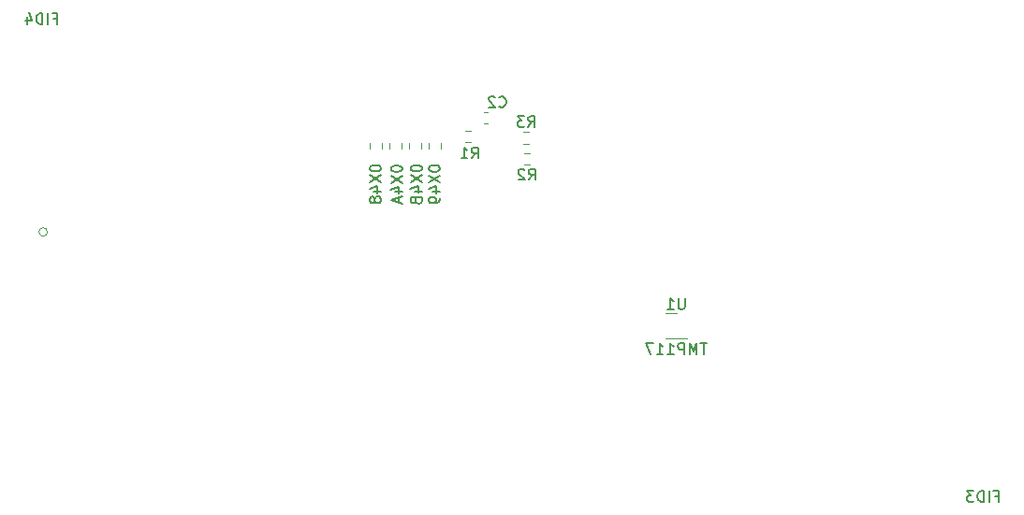
<source format=gbr>
%TF.GenerationSoftware,KiCad,Pcbnew,7.0.7*%
%TF.CreationDate,2024-04-17T16:30:55-07:00*%
%TF.ProjectId,power_board_12V,706f7765-725f-4626-9f61-72645f313256,rev?*%
%TF.SameCoordinates,Original*%
%TF.FileFunction,Legend,Bot*%
%TF.FilePolarity,Positive*%
%FSLAX46Y46*%
G04 Gerber Fmt 4.6, Leading zero omitted, Abs format (unit mm)*
G04 Created by KiCad (PCBNEW 7.0.7) date 2024-04-17 16:30:55*
%MOMM*%
%LPD*%
G01*
G04 APERTURE LIST*
%ADD10C,0.150000*%
%ADD11C,0.120000*%
G04 APERTURE END LIST*
D10*
X144738477Y-81470619D02*
X144167049Y-81470619D01*
X144452763Y-82470619D02*
X144452763Y-81470619D01*
X143833715Y-82470619D02*
X143833715Y-81470619D01*
X143833715Y-81470619D02*
X143500382Y-82184904D01*
X143500382Y-82184904D02*
X143167049Y-81470619D01*
X143167049Y-81470619D02*
X143167049Y-82470619D01*
X142690858Y-82470619D02*
X142690858Y-81470619D01*
X142690858Y-81470619D02*
X142309906Y-81470619D01*
X142309906Y-81470619D02*
X142214668Y-81518238D01*
X142214668Y-81518238D02*
X142167049Y-81565857D01*
X142167049Y-81565857D02*
X142119430Y-81661095D01*
X142119430Y-81661095D02*
X142119430Y-81803952D01*
X142119430Y-81803952D02*
X142167049Y-81899190D01*
X142167049Y-81899190D02*
X142214668Y-81946809D01*
X142214668Y-81946809D02*
X142309906Y-81994428D01*
X142309906Y-81994428D02*
X142690858Y-81994428D01*
X141167049Y-82470619D02*
X141738477Y-82470619D01*
X141452763Y-82470619D02*
X141452763Y-81470619D01*
X141452763Y-81470619D02*
X141548001Y-81613476D01*
X141548001Y-81613476D02*
X141643239Y-81708714D01*
X141643239Y-81708714D02*
X141738477Y-81756333D01*
X140214668Y-82470619D02*
X140786096Y-82470619D01*
X140500382Y-82470619D02*
X140500382Y-81470619D01*
X140500382Y-81470619D02*
X140595620Y-81613476D01*
X140595620Y-81613476D02*
X140690858Y-81708714D01*
X140690858Y-81708714D02*
X140786096Y-81756333D01*
X139881334Y-81470619D02*
X139214668Y-81470619D01*
X139214668Y-81470619D02*
X139643239Y-82470619D01*
X119596819Y-65579809D02*
X119596819Y-65675047D01*
X119596819Y-65675047D02*
X119644438Y-65770285D01*
X119644438Y-65770285D02*
X119692057Y-65817904D01*
X119692057Y-65817904D02*
X119787295Y-65865523D01*
X119787295Y-65865523D02*
X119977771Y-65913142D01*
X119977771Y-65913142D02*
X120215866Y-65913142D01*
X120215866Y-65913142D02*
X120406342Y-65865523D01*
X120406342Y-65865523D02*
X120501580Y-65817904D01*
X120501580Y-65817904D02*
X120549200Y-65770285D01*
X120549200Y-65770285D02*
X120596819Y-65675047D01*
X120596819Y-65675047D02*
X120596819Y-65579809D01*
X120596819Y-65579809D02*
X120549200Y-65484571D01*
X120549200Y-65484571D02*
X120501580Y-65436952D01*
X120501580Y-65436952D02*
X120406342Y-65389333D01*
X120406342Y-65389333D02*
X120215866Y-65341714D01*
X120215866Y-65341714D02*
X119977771Y-65341714D01*
X119977771Y-65341714D02*
X119787295Y-65389333D01*
X119787295Y-65389333D02*
X119692057Y-65436952D01*
X119692057Y-65436952D02*
X119644438Y-65484571D01*
X119644438Y-65484571D02*
X119596819Y-65579809D01*
X119596819Y-66246476D02*
X120596819Y-66913142D01*
X119596819Y-66913142D02*
X120596819Y-66246476D01*
X119930152Y-67722666D02*
X120596819Y-67722666D01*
X119549200Y-67484571D02*
X120263485Y-67246476D01*
X120263485Y-67246476D02*
X120263485Y-67865523D01*
X120596819Y-68294095D02*
X120596819Y-68484571D01*
X120596819Y-68484571D02*
X120549200Y-68579809D01*
X120549200Y-68579809D02*
X120501580Y-68627428D01*
X120501580Y-68627428D02*
X120358723Y-68722666D01*
X120358723Y-68722666D02*
X120168247Y-68770285D01*
X120168247Y-68770285D02*
X119787295Y-68770285D01*
X119787295Y-68770285D02*
X119692057Y-68722666D01*
X119692057Y-68722666D02*
X119644438Y-68675047D01*
X119644438Y-68675047D02*
X119596819Y-68579809D01*
X119596819Y-68579809D02*
X119596819Y-68389333D01*
X119596819Y-68389333D02*
X119644438Y-68294095D01*
X119644438Y-68294095D02*
X119692057Y-68246476D01*
X119692057Y-68246476D02*
X119787295Y-68198857D01*
X119787295Y-68198857D02*
X120025390Y-68198857D01*
X120025390Y-68198857D02*
X120120628Y-68246476D01*
X120120628Y-68246476D02*
X120168247Y-68294095D01*
X120168247Y-68294095D02*
X120215866Y-68389333D01*
X120215866Y-68389333D02*
X120215866Y-68579809D01*
X120215866Y-68579809D02*
X120168247Y-68675047D01*
X120168247Y-68675047D02*
X120120628Y-68722666D01*
X120120628Y-68722666D02*
X120025390Y-68770285D01*
X116167819Y-65615228D02*
X116167819Y-65710466D01*
X116167819Y-65710466D02*
X116215438Y-65805704D01*
X116215438Y-65805704D02*
X116263057Y-65853323D01*
X116263057Y-65853323D02*
X116358295Y-65900942D01*
X116358295Y-65900942D02*
X116548771Y-65948561D01*
X116548771Y-65948561D02*
X116786866Y-65948561D01*
X116786866Y-65948561D02*
X116977342Y-65900942D01*
X116977342Y-65900942D02*
X117072580Y-65853323D01*
X117072580Y-65853323D02*
X117120200Y-65805704D01*
X117120200Y-65805704D02*
X117167819Y-65710466D01*
X117167819Y-65710466D02*
X117167819Y-65615228D01*
X117167819Y-65615228D02*
X117120200Y-65519990D01*
X117120200Y-65519990D02*
X117072580Y-65472371D01*
X117072580Y-65472371D02*
X116977342Y-65424752D01*
X116977342Y-65424752D02*
X116786866Y-65377133D01*
X116786866Y-65377133D02*
X116548771Y-65377133D01*
X116548771Y-65377133D02*
X116358295Y-65424752D01*
X116358295Y-65424752D02*
X116263057Y-65472371D01*
X116263057Y-65472371D02*
X116215438Y-65519990D01*
X116215438Y-65519990D02*
X116167819Y-65615228D01*
X116167819Y-66281895D02*
X117167819Y-66948561D01*
X116167819Y-66948561D02*
X117167819Y-66281895D01*
X116501152Y-67758085D02*
X117167819Y-67758085D01*
X116120200Y-67519990D02*
X116834485Y-67281895D01*
X116834485Y-67281895D02*
X116834485Y-67900942D01*
X116882104Y-68234276D02*
X116882104Y-68710466D01*
X117167819Y-68139038D02*
X116167819Y-68472371D01*
X116167819Y-68472371D02*
X117167819Y-68805704D01*
X114262819Y-65566609D02*
X114262819Y-65661847D01*
X114262819Y-65661847D02*
X114310438Y-65757085D01*
X114310438Y-65757085D02*
X114358057Y-65804704D01*
X114358057Y-65804704D02*
X114453295Y-65852323D01*
X114453295Y-65852323D02*
X114643771Y-65899942D01*
X114643771Y-65899942D02*
X114881866Y-65899942D01*
X114881866Y-65899942D02*
X115072342Y-65852323D01*
X115072342Y-65852323D02*
X115167580Y-65804704D01*
X115167580Y-65804704D02*
X115215200Y-65757085D01*
X115215200Y-65757085D02*
X115262819Y-65661847D01*
X115262819Y-65661847D02*
X115262819Y-65566609D01*
X115262819Y-65566609D02*
X115215200Y-65471371D01*
X115215200Y-65471371D02*
X115167580Y-65423752D01*
X115167580Y-65423752D02*
X115072342Y-65376133D01*
X115072342Y-65376133D02*
X114881866Y-65328514D01*
X114881866Y-65328514D02*
X114643771Y-65328514D01*
X114643771Y-65328514D02*
X114453295Y-65376133D01*
X114453295Y-65376133D02*
X114358057Y-65423752D01*
X114358057Y-65423752D02*
X114310438Y-65471371D01*
X114310438Y-65471371D02*
X114262819Y-65566609D01*
X114262819Y-66233276D02*
X115262819Y-66899942D01*
X114262819Y-66899942D02*
X115262819Y-66233276D01*
X114596152Y-67709466D02*
X115262819Y-67709466D01*
X114215200Y-67471371D02*
X114929485Y-67233276D01*
X114929485Y-67233276D02*
X114929485Y-67852323D01*
X114691390Y-68376133D02*
X114643771Y-68280895D01*
X114643771Y-68280895D02*
X114596152Y-68233276D01*
X114596152Y-68233276D02*
X114500914Y-68185657D01*
X114500914Y-68185657D02*
X114453295Y-68185657D01*
X114453295Y-68185657D02*
X114358057Y-68233276D01*
X114358057Y-68233276D02*
X114310438Y-68280895D01*
X114310438Y-68280895D02*
X114262819Y-68376133D01*
X114262819Y-68376133D02*
X114262819Y-68566609D01*
X114262819Y-68566609D02*
X114310438Y-68661847D01*
X114310438Y-68661847D02*
X114358057Y-68709466D01*
X114358057Y-68709466D02*
X114453295Y-68757085D01*
X114453295Y-68757085D02*
X114500914Y-68757085D01*
X114500914Y-68757085D02*
X114596152Y-68709466D01*
X114596152Y-68709466D02*
X114643771Y-68661847D01*
X114643771Y-68661847D02*
X114691390Y-68566609D01*
X114691390Y-68566609D02*
X114691390Y-68376133D01*
X114691390Y-68376133D02*
X114739009Y-68280895D01*
X114739009Y-68280895D02*
X114786628Y-68233276D01*
X114786628Y-68233276D02*
X114881866Y-68185657D01*
X114881866Y-68185657D02*
X115072342Y-68185657D01*
X115072342Y-68185657D02*
X115167580Y-68233276D01*
X115167580Y-68233276D02*
X115215200Y-68280895D01*
X115215200Y-68280895D02*
X115262819Y-68376133D01*
X115262819Y-68376133D02*
X115262819Y-68566609D01*
X115262819Y-68566609D02*
X115215200Y-68661847D01*
X115215200Y-68661847D02*
X115167580Y-68709466D01*
X115167580Y-68709466D02*
X115072342Y-68757085D01*
X115072342Y-68757085D02*
X114881866Y-68757085D01*
X114881866Y-68757085D02*
X114786628Y-68709466D01*
X114786628Y-68709466D02*
X114739009Y-68661847D01*
X114739009Y-68661847D02*
X114691390Y-68566609D01*
X170794228Y-95306609D02*
X171127561Y-95306609D01*
X171127561Y-95830419D02*
X171127561Y-94830419D01*
X171127561Y-94830419D02*
X170651371Y-94830419D01*
X170270418Y-95830419D02*
X170270418Y-94830419D01*
X169794228Y-95830419D02*
X169794228Y-94830419D01*
X169794228Y-94830419D02*
X169556133Y-94830419D01*
X169556133Y-94830419D02*
X169413276Y-94878038D01*
X169413276Y-94878038D02*
X169318038Y-94973276D01*
X169318038Y-94973276D02*
X169270419Y-95068514D01*
X169270419Y-95068514D02*
X169222800Y-95258990D01*
X169222800Y-95258990D02*
X169222800Y-95401847D01*
X169222800Y-95401847D02*
X169270419Y-95592323D01*
X169270419Y-95592323D02*
X169318038Y-95687561D01*
X169318038Y-95687561D02*
X169413276Y-95782800D01*
X169413276Y-95782800D02*
X169556133Y-95830419D01*
X169556133Y-95830419D02*
X169794228Y-95830419D01*
X168889466Y-94830419D02*
X168270419Y-94830419D01*
X168270419Y-94830419D02*
X168603752Y-95211371D01*
X168603752Y-95211371D02*
X168460895Y-95211371D01*
X168460895Y-95211371D02*
X168365657Y-95258990D01*
X168365657Y-95258990D02*
X168318038Y-95306609D01*
X168318038Y-95306609D02*
X168270419Y-95401847D01*
X168270419Y-95401847D02*
X168270419Y-95639942D01*
X168270419Y-95639942D02*
X168318038Y-95735180D01*
X168318038Y-95735180D02*
X168365657Y-95782800D01*
X168365657Y-95782800D02*
X168460895Y-95830419D01*
X168460895Y-95830419D02*
X168746609Y-95830419D01*
X168746609Y-95830419D02*
X168841847Y-95782800D01*
X168841847Y-95782800D02*
X168889466Y-95735180D01*
X125947466Y-59998780D02*
X125995085Y-60046400D01*
X125995085Y-60046400D02*
X126137942Y-60094019D01*
X126137942Y-60094019D02*
X126233180Y-60094019D01*
X126233180Y-60094019D02*
X126376037Y-60046400D01*
X126376037Y-60046400D02*
X126471275Y-59951161D01*
X126471275Y-59951161D02*
X126518894Y-59855923D01*
X126518894Y-59855923D02*
X126566513Y-59665447D01*
X126566513Y-59665447D02*
X126566513Y-59522590D01*
X126566513Y-59522590D02*
X126518894Y-59332114D01*
X126518894Y-59332114D02*
X126471275Y-59236876D01*
X126471275Y-59236876D02*
X126376037Y-59141638D01*
X126376037Y-59141638D02*
X126233180Y-59094019D01*
X126233180Y-59094019D02*
X126137942Y-59094019D01*
X126137942Y-59094019D02*
X125995085Y-59141638D01*
X125995085Y-59141638D02*
X125947466Y-59189257D01*
X125566513Y-59189257D02*
X125518894Y-59141638D01*
X125518894Y-59141638D02*
X125423656Y-59094019D01*
X125423656Y-59094019D02*
X125185561Y-59094019D01*
X125185561Y-59094019D02*
X125090323Y-59141638D01*
X125090323Y-59141638D02*
X125042704Y-59189257D01*
X125042704Y-59189257D02*
X124995085Y-59284495D01*
X124995085Y-59284495D02*
X124995085Y-59379733D01*
X124995085Y-59379733D02*
X125042704Y-59522590D01*
X125042704Y-59522590D02*
X125614132Y-60094019D01*
X125614132Y-60094019D02*
X124995085Y-60094019D01*
X142747904Y-77368819D02*
X142747904Y-78178342D01*
X142747904Y-78178342D02*
X142700285Y-78273580D01*
X142700285Y-78273580D02*
X142652666Y-78321200D01*
X142652666Y-78321200D02*
X142557428Y-78368819D01*
X142557428Y-78368819D02*
X142366952Y-78368819D01*
X142366952Y-78368819D02*
X142271714Y-78321200D01*
X142271714Y-78321200D02*
X142224095Y-78273580D01*
X142224095Y-78273580D02*
X142176476Y-78178342D01*
X142176476Y-78178342D02*
X142176476Y-77368819D01*
X141176476Y-78368819D02*
X141747904Y-78368819D01*
X141462190Y-78368819D02*
X141462190Y-77368819D01*
X141462190Y-77368819D02*
X141557428Y-77511676D01*
X141557428Y-77511676D02*
X141652666Y-77606914D01*
X141652666Y-77606914D02*
X141747904Y-77654533D01*
X128626666Y-66654819D02*
X128959999Y-66178628D01*
X129198094Y-66654819D02*
X129198094Y-65654819D01*
X129198094Y-65654819D02*
X128817142Y-65654819D01*
X128817142Y-65654819D02*
X128721904Y-65702438D01*
X128721904Y-65702438D02*
X128674285Y-65750057D01*
X128674285Y-65750057D02*
X128626666Y-65845295D01*
X128626666Y-65845295D02*
X128626666Y-65988152D01*
X128626666Y-65988152D02*
X128674285Y-66083390D01*
X128674285Y-66083390D02*
X128721904Y-66131009D01*
X128721904Y-66131009D02*
X128817142Y-66178628D01*
X128817142Y-66178628D02*
X129198094Y-66178628D01*
X128245713Y-65750057D02*
X128198094Y-65702438D01*
X128198094Y-65702438D02*
X128102856Y-65654819D01*
X128102856Y-65654819D02*
X127864761Y-65654819D01*
X127864761Y-65654819D02*
X127769523Y-65702438D01*
X127769523Y-65702438D02*
X127721904Y-65750057D01*
X127721904Y-65750057D02*
X127674285Y-65845295D01*
X127674285Y-65845295D02*
X127674285Y-65940533D01*
X127674285Y-65940533D02*
X127721904Y-66083390D01*
X127721904Y-66083390D02*
X128293332Y-66654819D01*
X128293332Y-66654819D02*
X127674285Y-66654819D01*
X117945819Y-65556000D02*
X117945819Y-65651238D01*
X117945819Y-65651238D02*
X117993438Y-65746476D01*
X117993438Y-65746476D02*
X118041057Y-65794095D01*
X118041057Y-65794095D02*
X118136295Y-65841714D01*
X118136295Y-65841714D02*
X118326771Y-65889333D01*
X118326771Y-65889333D02*
X118564866Y-65889333D01*
X118564866Y-65889333D02*
X118755342Y-65841714D01*
X118755342Y-65841714D02*
X118850580Y-65794095D01*
X118850580Y-65794095D02*
X118898200Y-65746476D01*
X118898200Y-65746476D02*
X118945819Y-65651238D01*
X118945819Y-65651238D02*
X118945819Y-65556000D01*
X118945819Y-65556000D02*
X118898200Y-65460762D01*
X118898200Y-65460762D02*
X118850580Y-65413143D01*
X118850580Y-65413143D02*
X118755342Y-65365524D01*
X118755342Y-65365524D02*
X118564866Y-65317905D01*
X118564866Y-65317905D02*
X118326771Y-65317905D01*
X118326771Y-65317905D02*
X118136295Y-65365524D01*
X118136295Y-65365524D02*
X118041057Y-65413143D01*
X118041057Y-65413143D02*
X117993438Y-65460762D01*
X117993438Y-65460762D02*
X117945819Y-65556000D01*
X117945819Y-66222667D02*
X118945819Y-66889333D01*
X117945819Y-66889333D02*
X118945819Y-66222667D01*
X118279152Y-67698857D02*
X118945819Y-67698857D01*
X117898200Y-67460762D02*
X118612485Y-67222667D01*
X118612485Y-67222667D02*
X118612485Y-67841714D01*
X118422009Y-68556000D02*
X118469628Y-68698857D01*
X118469628Y-68698857D02*
X118517247Y-68746476D01*
X118517247Y-68746476D02*
X118612485Y-68794095D01*
X118612485Y-68794095D02*
X118755342Y-68794095D01*
X118755342Y-68794095D02*
X118850580Y-68746476D01*
X118850580Y-68746476D02*
X118898200Y-68698857D01*
X118898200Y-68698857D02*
X118945819Y-68603619D01*
X118945819Y-68603619D02*
X118945819Y-68222667D01*
X118945819Y-68222667D02*
X117945819Y-68222667D01*
X117945819Y-68222667D02*
X117945819Y-68556000D01*
X117945819Y-68556000D02*
X117993438Y-68651238D01*
X117993438Y-68651238D02*
X118041057Y-68698857D01*
X118041057Y-68698857D02*
X118136295Y-68746476D01*
X118136295Y-68746476D02*
X118231533Y-68746476D01*
X118231533Y-68746476D02*
X118326771Y-68698857D01*
X118326771Y-68698857D02*
X118374390Y-68651238D01*
X118374390Y-68651238D02*
X118422009Y-68556000D01*
X118422009Y-68556000D02*
X118422009Y-68222667D01*
X123458266Y-64716819D02*
X123791599Y-64240628D01*
X124029694Y-64716819D02*
X124029694Y-63716819D01*
X124029694Y-63716819D02*
X123648742Y-63716819D01*
X123648742Y-63716819D02*
X123553504Y-63764438D01*
X123553504Y-63764438D02*
X123505885Y-63812057D01*
X123505885Y-63812057D02*
X123458266Y-63907295D01*
X123458266Y-63907295D02*
X123458266Y-64050152D01*
X123458266Y-64050152D02*
X123505885Y-64145390D01*
X123505885Y-64145390D02*
X123553504Y-64193009D01*
X123553504Y-64193009D02*
X123648742Y-64240628D01*
X123648742Y-64240628D02*
X124029694Y-64240628D01*
X122505885Y-64716819D02*
X123077313Y-64716819D01*
X122791599Y-64716819D02*
X122791599Y-63716819D01*
X122791599Y-63716819D02*
X122886837Y-63859676D01*
X122886837Y-63859676D02*
X122982075Y-63954914D01*
X122982075Y-63954914D02*
X123077313Y-64002533D01*
X85653428Y-52025009D02*
X85986761Y-52025009D01*
X85986761Y-52548819D02*
X85986761Y-51548819D01*
X85986761Y-51548819D02*
X85510571Y-51548819D01*
X85129618Y-52548819D02*
X85129618Y-51548819D01*
X84653428Y-52548819D02*
X84653428Y-51548819D01*
X84653428Y-51548819D02*
X84415333Y-51548819D01*
X84415333Y-51548819D02*
X84272476Y-51596438D01*
X84272476Y-51596438D02*
X84177238Y-51691676D01*
X84177238Y-51691676D02*
X84129619Y-51786914D01*
X84129619Y-51786914D02*
X84082000Y-51977390D01*
X84082000Y-51977390D02*
X84082000Y-52120247D01*
X84082000Y-52120247D02*
X84129619Y-52310723D01*
X84129619Y-52310723D02*
X84177238Y-52405961D01*
X84177238Y-52405961D02*
X84272476Y-52501200D01*
X84272476Y-52501200D02*
X84415333Y-52548819D01*
X84415333Y-52548819D02*
X84653428Y-52548819D01*
X83224857Y-51882152D02*
X83224857Y-52548819D01*
X83462952Y-51501200D02*
X83701047Y-52215485D01*
X83701047Y-52215485D02*
X83082000Y-52215485D01*
X128589066Y-61872019D02*
X128922399Y-61395828D01*
X129160494Y-61872019D02*
X129160494Y-60872019D01*
X129160494Y-60872019D02*
X128779542Y-60872019D01*
X128779542Y-60872019D02*
X128684304Y-60919638D01*
X128684304Y-60919638D02*
X128636685Y-60967257D01*
X128636685Y-60967257D02*
X128589066Y-61062495D01*
X128589066Y-61062495D02*
X128589066Y-61205352D01*
X128589066Y-61205352D02*
X128636685Y-61300590D01*
X128636685Y-61300590D02*
X128684304Y-61348209D01*
X128684304Y-61348209D02*
X128779542Y-61395828D01*
X128779542Y-61395828D02*
X129160494Y-61395828D01*
X128255732Y-60872019D02*
X127636685Y-60872019D01*
X127636685Y-60872019D02*
X127970018Y-61252971D01*
X127970018Y-61252971D02*
X127827161Y-61252971D01*
X127827161Y-61252971D02*
X127731923Y-61300590D01*
X127731923Y-61300590D02*
X127684304Y-61348209D01*
X127684304Y-61348209D02*
X127636685Y-61443447D01*
X127636685Y-61443447D02*
X127636685Y-61681542D01*
X127636685Y-61681542D02*
X127684304Y-61776780D01*
X127684304Y-61776780D02*
X127731923Y-61824400D01*
X127731923Y-61824400D02*
X127827161Y-61872019D01*
X127827161Y-61872019D02*
X128112875Y-61872019D01*
X128112875Y-61872019D02*
X128208113Y-61824400D01*
X128208113Y-61824400D02*
X128255732Y-61776780D01*
D11*
%TO.C,L1*%
X85090000Y-71378003D02*
G75*
G03*
X85090000Y-71378003I-381000J0D01*
G01*
%TO.C,0X49*%
X119619500Y-63801258D02*
X119619500Y-63326742D01*
X120664500Y-63801258D02*
X120664500Y-63326742D01*
%TO.C,0X4A*%
X117108500Y-63313542D02*
X117108500Y-63788058D01*
X116063500Y-63313542D02*
X116063500Y-63788058D01*
%TO.C,0X48*%
X115330500Y-63313542D02*
X115330500Y-63788058D01*
X114285500Y-63313542D02*
X114285500Y-63788058D01*
%TO.C,C2*%
X124611220Y-60551600D02*
X124892380Y-60551600D01*
X124611220Y-61571600D02*
X124892380Y-61571600D01*
%TO.C,U1*%
X142986000Y-80974000D02*
X140986000Y-80974000D01*
X141986000Y-78754000D02*
X140986000Y-78754000D01*
%TO.C,R2*%
X128222742Y-64247500D02*
X128697258Y-64247500D01*
X128222742Y-65292500D02*
X128697258Y-65292500D01*
%TO.C,0X4B*%
X118886500Y-63326742D02*
X118886500Y-63801258D01*
X117841500Y-63326742D02*
X117841500Y-63801258D01*
%TO.C,R1*%
X123364258Y-63260500D02*
X122889742Y-63260500D01*
X123364258Y-62215500D02*
X122889742Y-62215500D01*
%TO.C,R3*%
X128159742Y-62342500D02*
X128634258Y-62342500D01*
X128159742Y-63387500D02*
X128634258Y-63387500D01*
%TD*%
M02*

</source>
